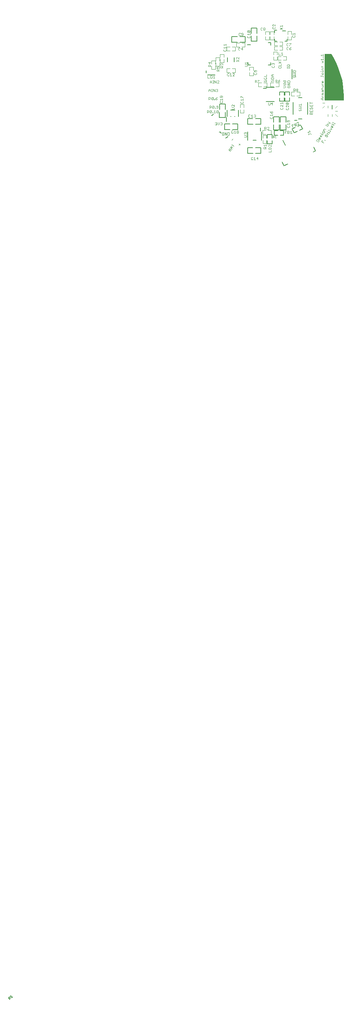
<source format=gbr>
G04 EAGLE Gerber RS-274X export*
G75*
%MOMM*%
%FSLAX34Y34*%
%LPD*%
%INSilkscreen Top*%
%IPPOS*%
%AMOC8*
5,1,8,0,0,1.08239X$1,22.5*%
G01*
%ADD10C,0.101600*%
%ADD11C,0.150000*%
%ADD12C,0.152400*%
%ADD13C,0.127000*%
%ADD14C,0.100000*%
%ADD15C,0.200000*%

G36*
X375005Y185494D02*
X375005Y185494D01*
X375010Y185493D01*
X375103Y185514D01*
X375197Y185532D01*
X375201Y185535D01*
X375206Y185536D01*
X375284Y185592D01*
X375362Y185645D01*
X375365Y185649D01*
X375369Y185652D01*
X375420Y185734D01*
X375472Y185813D01*
X375472Y185818D01*
X375475Y185823D01*
X375507Y186000D01*
X375507Y197000D01*
X375505Y197012D01*
X375507Y197025D01*
X374507Y217025D01*
X374502Y217043D01*
X374503Y217063D01*
X372503Y233063D01*
X372493Y233094D01*
X372489Y233133D01*
X369489Y244133D01*
X369483Y244145D01*
X369481Y244160D01*
X363481Y262160D01*
X363473Y262176D01*
X363468Y262195D01*
X358468Y274195D01*
X358459Y274209D01*
X358454Y274227D01*
X352454Y286227D01*
X352442Y286241D01*
X352435Y286261D01*
X346435Y296261D01*
X346388Y296313D01*
X346348Y296369D01*
X346321Y296386D01*
X346300Y296409D01*
X346237Y296438D01*
X346177Y296475D01*
X346144Y296481D01*
X346118Y296493D01*
X346067Y296495D01*
X346000Y296507D01*
X331000Y296507D01*
X330995Y296506D01*
X330990Y296507D01*
X330897Y296486D01*
X330804Y296468D01*
X330799Y296465D01*
X330794Y296464D01*
X330716Y296408D01*
X330638Y296355D01*
X330635Y296351D01*
X330631Y296348D01*
X330580Y296266D01*
X330528Y296187D01*
X330528Y296182D01*
X330525Y296177D01*
X330493Y296000D01*
X330493Y186000D01*
X330494Y185995D01*
X330493Y185990D01*
X330514Y185897D01*
X330532Y185804D01*
X330535Y185799D01*
X330536Y185794D01*
X330592Y185716D01*
X330645Y185638D01*
X330649Y185635D01*
X330652Y185631D01*
X330734Y185580D01*
X330813Y185528D01*
X330818Y185528D01*
X330823Y185525D01*
X331000Y185493D01*
X375000Y185493D01*
X375005Y185494D01*
G37*
D10*
X89501Y107999D02*
X88503Y108997D01*
X86506Y108997D01*
X85508Y107999D01*
X85508Y104006D01*
X86506Y103008D01*
X88503Y103008D01*
X89501Y104006D01*
X89501Y106003D01*
X87504Y106003D01*
X91954Y108997D02*
X91954Y103008D01*
X95946Y103008D02*
X91954Y108997D01*
X95946Y108997D02*
X95946Y103008D01*
X98399Y103008D02*
X98399Y108997D01*
X98399Y103008D02*
X101394Y103008D01*
X102392Y104006D01*
X102392Y107999D01*
X101394Y108997D01*
X98399Y108997D01*
X211506Y100501D02*
X214501Y100501D01*
X211506Y100501D02*
X210508Y99503D01*
X210508Y97506D01*
X211506Y96508D01*
X214501Y96508D01*
X105215Y64512D02*
X100309Y67947D01*
X102026Y70400D01*
X103416Y70645D01*
X104234Y70072D01*
X104479Y68682D01*
X105869Y68927D01*
X106687Y68355D01*
X106932Y66965D01*
X105215Y64512D01*
X102762Y66229D02*
X104479Y68682D01*
X105641Y72082D02*
X108912Y69791D01*
X105641Y72082D02*
X105151Y74862D01*
X107931Y75352D01*
X111202Y73062D01*
X108749Y74780D02*
X106459Y71509D01*
X113754Y76707D02*
X108848Y80142D01*
X107703Y78507D02*
X109993Y81777D01*
X108644Y91006D02*
X110934Y94277D01*
X127951Y82515D02*
X125660Y79245D01*
X125170Y82025D02*
X128441Y79735D01*
X69506Y132997D02*
X68508Y131999D01*
X69506Y132997D02*
X71503Y132997D01*
X72501Y131999D01*
X72501Y131001D01*
X71503Y130003D01*
X70504Y130003D01*
X71503Y130003D02*
X72501Y129004D01*
X72501Y128006D01*
X71503Y127008D01*
X69506Y127008D01*
X68508Y128006D01*
X74954Y129004D02*
X74954Y132997D01*
X74954Y129004D02*
X76950Y127008D01*
X78946Y129004D01*
X78946Y132997D01*
X81399Y131999D02*
X82397Y132997D01*
X84394Y132997D01*
X85392Y131999D01*
X85392Y131001D01*
X84394Y130003D01*
X83395Y130003D01*
X84394Y130003D02*
X85392Y129004D01*
X85392Y128006D01*
X84394Y127008D01*
X82397Y127008D01*
X81399Y128006D01*
X49508Y156008D02*
X49508Y161997D01*
X52503Y161997D01*
X53501Y160999D01*
X53501Y159003D01*
X52503Y158004D01*
X49508Y158004D01*
X55954Y157006D02*
X55954Y160999D01*
X56952Y161997D01*
X58948Y161997D01*
X59946Y160999D01*
X59946Y157006D01*
X58948Y156008D01*
X56952Y156008D01*
X55954Y157006D01*
X59946Y160999D01*
X62399Y157006D02*
X62399Y156008D01*
X62399Y157006D02*
X63397Y157006D01*
X63397Y156008D01*
X62399Y156008D01*
X65622Y160001D02*
X67618Y161997D01*
X67618Y156008D01*
X65622Y156008D02*
X69614Y156008D01*
X72067Y157006D02*
X72067Y160999D01*
X73065Y161997D01*
X75062Y161997D01*
X76060Y160999D01*
X76060Y157006D01*
X75062Y156008D01*
X73065Y156008D01*
X72067Y157006D01*
X76060Y160999D01*
X55508Y167008D02*
X55508Y172997D01*
X58503Y172997D01*
X59501Y171999D01*
X59501Y170003D01*
X58503Y169004D01*
X55508Y169004D01*
X61954Y168006D02*
X61954Y171999D01*
X62952Y172997D01*
X64948Y172997D01*
X65946Y171999D01*
X65946Y168006D01*
X64948Y167008D01*
X62952Y167008D01*
X61954Y168006D01*
X65946Y171999D01*
X68399Y168006D02*
X68399Y167008D01*
X68399Y168006D02*
X69397Y168006D01*
X69397Y167008D01*
X68399Y167008D01*
X71622Y168006D02*
X72620Y167008D01*
X74616Y167008D01*
X75614Y168006D01*
X75614Y171999D01*
X74616Y172997D01*
X72620Y172997D01*
X71622Y171999D01*
X71622Y171001D01*
X72620Y170003D01*
X75614Y170003D01*
X53508Y187008D02*
X53508Y192997D01*
X56503Y192997D01*
X57501Y191999D01*
X57501Y190003D01*
X56503Y189004D01*
X53508Y189004D01*
X59954Y188006D02*
X59954Y191999D01*
X60952Y192997D01*
X62948Y192997D01*
X63946Y191999D01*
X63946Y188006D01*
X62948Y187008D01*
X60952Y187008D01*
X59954Y188006D01*
X63946Y191999D01*
X66399Y188006D02*
X66399Y187008D01*
X66399Y188006D02*
X67397Y188006D01*
X67397Y187008D01*
X66399Y187008D01*
X71618Y191999D02*
X73614Y192997D01*
X71618Y191999D02*
X69622Y190003D01*
X69622Y188006D01*
X70620Y187008D01*
X72616Y187008D01*
X73614Y188006D01*
X73614Y189004D01*
X72616Y190003D01*
X69622Y190003D01*
X53508Y207008D02*
X53508Y211001D01*
X55504Y212997D01*
X57501Y211001D01*
X57501Y207008D01*
X57501Y210003D02*
X53508Y210003D01*
X59954Y207008D02*
X61950Y207008D01*
X60952Y207008D02*
X60952Y212997D01*
X59954Y212997D02*
X61950Y212997D01*
X64251Y212997D02*
X64251Y207008D01*
X68243Y207008D02*
X64251Y212997D01*
X68243Y212997D02*
X68243Y207008D01*
X70696Y211999D02*
X71694Y212997D01*
X73691Y212997D01*
X74689Y211999D01*
X74689Y211001D01*
X73691Y210003D01*
X72692Y210003D01*
X73691Y210003D02*
X74689Y209004D01*
X74689Y208006D01*
X73691Y207008D01*
X71694Y207008D01*
X70696Y208006D01*
X56508Y227008D02*
X56508Y231001D01*
X58504Y232997D01*
X60501Y231001D01*
X60501Y227008D01*
X60501Y230003D02*
X56508Y230003D01*
X62954Y227008D02*
X64950Y227008D01*
X63952Y227008D02*
X63952Y232997D01*
X62954Y232997D02*
X64950Y232997D01*
X67251Y232997D02*
X67251Y227008D01*
X71243Y227008D02*
X67251Y232997D01*
X71243Y232997D02*
X71243Y227008D01*
X73696Y227008D02*
X77689Y227008D01*
X73696Y227008D02*
X77689Y231001D01*
X77689Y231999D01*
X76691Y232997D01*
X74694Y232997D01*
X73696Y231999D01*
X110503Y113997D02*
X111501Y112999D01*
X110503Y113997D02*
X108506Y113997D01*
X107508Y112999D01*
X107508Y109006D01*
X108506Y108008D01*
X110503Y108008D01*
X111501Y109006D01*
X113954Y112001D02*
X115950Y113997D01*
X115950Y108008D01*
X113954Y108008D02*
X117946Y108008D01*
X120399Y112999D02*
X121397Y113997D01*
X123394Y113997D01*
X124392Y112999D01*
X124392Y112001D01*
X123394Y111003D01*
X124392Y110004D01*
X124392Y109006D01*
X123394Y108008D01*
X121397Y108008D01*
X120399Y109006D01*
X120399Y110004D01*
X121397Y111003D01*
X120399Y112001D01*
X120399Y112999D01*
X121397Y111003D02*
X123394Y111003D01*
X255003Y243503D02*
X256001Y244501D01*
X255003Y243503D02*
X255003Y241506D01*
X256001Y240508D01*
X256999Y240508D01*
X257997Y241506D01*
X257997Y243503D01*
X258996Y244501D01*
X259994Y244501D01*
X260992Y243503D01*
X260992Y241506D01*
X259994Y240508D01*
X260992Y246954D02*
X255003Y246954D01*
X258996Y248950D02*
X260992Y246954D01*
X258996Y248950D02*
X260992Y250946D01*
X255003Y250946D01*
X255003Y253399D02*
X260992Y253399D01*
X260992Y256394D01*
X259994Y257392D01*
X256001Y257392D01*
X255003Y256394D01*
X255003Y253399D01*
X221001Y266501D02*
X220003Y265503D01*
X220003Y263506D01*
X221001Y262508D01*
X224994Y262508D01*
X225992Y263506D01*
X225992Y265503D01*
X224994Y266501D01*
X225992Y268954D02*
X220003Y268954D01*
X225992Y268954D02*
X225992Y272946D01*
X225992Y275399D02*
X220003Y275399D01*
X223996Y275399D02*
X220003Y279392D01*
X222997Y276397D02*
X225992Y279392D01*
X245992Y264762D02*
X245992Y262766D01*
X245992Y263764D02*
X240003Y263764D01*
X240003Y262766D02*
X240003Y264762D01*
X240003Y268061D02*
X240003Y270057D01*
X240003Y268061D02*
X241001Y267063D01*
X244994Y267063D01*
X245992Y268061D01*
X245992Y270057D01*
X244994Y271055D01*
X241001Y271055D01*
X240003Y270057D01*
X234996Y216172D02*
X231003Y216172D01*
X234996Y216172D02*
X236992Y218168D01*
X234996Y220164D01*
X231003Y220164D01*
X231003Y226610D02*
X236992Y226610D01*
X236992Y223615D01*
X235994Y222617D01*
X233997Y222617D01*
X232999Y223615D01*
X232999Y226610D01*
X231003Y233055D02*
X236992Y233055D01*
X236992Y230061D01*
X235994Y229063D01*
X233997Y229063D01*
X232999Y230061D01*
X232999Y233055D01*
X242001Y220164D02*
X241003Y219166D01*
X241003Y217170D01*
X242001Y216172D01*
X245994Y216172D01*
X246992Y217170D01*
X246992Y219166D01*
X245994Y220164D01*
X243997Y220164D01*
X243997Y218168D01*
X241003Y222617D02*
X246992Y222617D01*
X246992Y226610D02*
X241003Y222617D01*
X241003Y226610D02*
X246992Y226610D01*
X246992Y229063D02*
X241003Y229063D01*
X246992Y229063D02*
X246992Y232057D01*
X245994Y233055D01*
X242001Y233055D01*
X241003Y232057D01*
X241003Y229063D01*
X295003Y152280D02*
X300992Y152280D01*
X295003Y152280D02*
X295003Y155275D01*
X296001Y156273D01*
X297997Y156273D01*
X298996Y155275D01*
X298996Y152280D01*
X298996Y154277D02*
X300992Y156273D01*
X295003Y158726D02*
X295003Y162719D01*
X295003Y158726D02*
X300992Y158726D01*
X300992Y162719D01*
X297997Y160722D02*
X297997Y158726D01*
X295003Y168166D02*
X296001Y169164D01*
X295003Y168166D02*
X295003Y166170D01*
X296001Y165171D01*
X296999Y165171D01*
X297997Y166170D01*
X297997Y168166D01*
X298996Y169164D01*
X299994Y169164D01*
X300992Y168166D01*
X300992Y166170D01*
X299994Y165171D01*
X295003Y171617D02*
X295003Y175610D01*
X295003Y171617D02*
X300992Y171617D01*
X300992Y175610D01*
X297997Y173613D02*
X297997Y171617D01*
X300992Y180059D02*
X295003Y180059D01*
X295003Y182055D02*
X295003Y178062D01*
X322999Y187508D02*
X326992Y187508D01*
X322999Y187508D02*
X321003Y189504D01*
X322999Y191501D01*
X326992Y191501D01*
X323997Y191501D02*
X323997Y187508D01*
X322999Y193954D02*
X326992Y193954D01*
X324996Y193954D02*
X322999Y195950D01*
X322999Y196948D01*
X322999Y199325D02*
X326992Y199325D01*
X322999Y199325D02*
X322999Y200323D01*
X323997Y201321D01*
X326992Y201321D01*
X323997Y201321D02*
X322999Y202319D01*
X323997Y203317D01*
X326992Y203317D01*
X322999Y206768D02*
X322999Y208765D01*
X323997Y209763D01*
X326992Y209763D01*
X326992Y206768D01*
X325994Y205770D01*
X324996Y206768D01*
X324996Y209763D01*
X325994Y213214D02*
X322001Y213214D01*
X325994Y213214D02*
X326992Y214212D01*
X322999Y214212D02*
X322999Y212216D01*
X322999Y216513D02*
X325994Y216513D01*
X326992Y217511D01*
X326992Y220505D01*
X322999Y220505D01*
X322999Y222958D02*
X326992Y222958D01*
X324996Y222958D02*
X322999Y224955D01*
X322999Y225953D01*
X326992Y229328D02*
X326992Y231324D01*
X326992Y229328D02*
X325994Y228330D01*
X323997Y228330D01*
X322999Y229328D01*
X322999Y231324D01*
X323997Y232322D01*
X324996Y232322D01*
X324996Y228330D01*
X325994Y241221D02*
X326992Y242219D01*
X326992Y243217D01*
X325994Y244215D01*
X321003Y244215D01*
X321003Y243217D02*
X321003Y245213D01*
X326992Y248664D02*
X326992Y250661D01*
X325994Y251659D01*
X323997Y251659D01*
X322999Y250661D01*
X322999Y248664D01*
X323997Y247666D01*
X325994Y247666D01*
X326992Y248664D01*
X322999Y254112D02*
X322999Y255110D01*
X326992Y255110D01*
X326992Y254112D02*
X326992Y256108D01*
X321003Y255110D02*
X320005Y255110D01*
X322999Y258409D02*
X326992Y258409D01*
X322999Y258409D02*
X322999Y261403D01*
X323997Y262401D01*
X326992Y262401D01*
X325994Y265852D02*
X322001Y265852D01*
X325994Y265852D02*
X326992Y266850D01*
X322999Y266850D02*
X322999Y264854D01*
X322999Y275597D02*
X326992Y277593D01*
X322999Y279589D01*
X322999Y282042D02*
X321003Y284038D01*
X326992Y284038D01*
X326992Y282042D02*
X326992Y286035D01*
X326992Y288488D02*
X325994Y288488D01*
X325994Y289486D01*
X326992Y289486D01*
X326992Y288488D01*
X322999Y291710D02*
X321003Y293707D01*
X326992Y293707D01*
X326992Y295703D02*
X326992Y291710D01*
D11*
X62000Y150000D02*
X60000Y150000D01*
X62000Y150000D02*
X65000Y153000D01*
X99000Y99000D02*
X94000Y96000D01*
X99000Y99000D02*
X99000Y100000D01*
X81000Y110000D02*
X79000Y110000D01*
X81000Y110000D02*
X83000Y108000D01*
D10*
X202003Y233166D02*
X203001Y234164D01*
X202003Y233166D02*
X202003Y231170D01*
X203001Y230172D01*
X203999Y230172D01*
X204997Y231170D01*
X204997Y233166D01*
X205996Y234164D01*
X206994Y234164D01*
X207992Y233166D01*
X207992Y231170D01*
X206994Y230172D01*
X207992Y236617D02*
X202003Y236617D01*
X207992Y236617D02*
X207992Y239612D01*
X206994Y240610D01*
X203001Y240610D01*
X202003Y239612D01*
X202003Y236617D01*
X203999Y243063D02*
X207992Y243063D01*
X203999Y243063D02*
X202003Y245059D01*
X203999Y247055D01*
X207992Y247055D01*
X204997Y247055D02*
X204997Y243063D01*
X186001Y234164D02*
X185003Y233166D01*
X185003Y231170D01*
X186001Y230172D01*
X186999Y230172D01*
X187997Y231170D01*
X187997Y233166D01*
X188996Y234164D01*
X189994Y234164D01*
X190992Y233166D01*
X190992Y231170D01*
X189994Y230172D01*
X185003Y239612D02*
X186001Y240610D01*
X185003Y239612D02*
X185003Y237615D01*
X186001Y236617D01*
X189994Y236617D01*
X190992Y237615D01*
X190992Y239612D01*
X189994Y240610D01*
X190992Y243063D02*
X185003Y243063D01*
X190992Y243063D02*
X190992Y247055D01*
X310158Y89804D02*
X315345Y86810D01*
X316842Y89403D01*
X316477Y90767D01*
X313019Y92763D01*
X311656Y92398D01*
X310158Y89804D01*
X319067Y93256D02*
X320065Y94985D01*
X319067Y93256D02*
X317703Y92891D01*
X315975Y93889D01*
X315609Y95253D01*
X316607Y96982D01*
X317971Y97347D01*
X318835Y96848D01*
X316839Y93390D01*
X321791Y97974D02*
X323288Y100567D01*
X322923Y101931D01*
X321559Y101565D01*
X320561Y99836D01*
X319197Y99471D01*
X318832Y100835D01*
X320329Y103428D01*
X321556Y105552D02*
X322055Y106417D01*
X325512Y104420D01*
X325013Y103556D02*
X326012Y105285D01*
X320326Y107415D02*
X319461Y107914D01*
X329889Y108008D02*
X330388Y108872D01*
X330023Y110236D01*
X325700Y112731D01*
X324203Y110138D01*
X324569Y108774D01*
X326297Y107776D01*
X327661Y108141D01*
X329158Y110735D01*
X330385Y112859D02*
X326927Y114855D01*
X328424Y117449D01*
X329788Y117814D01*
X332381Y116317D01*
X336830Y124023D02*
X331643Y127017D01*
X336830Y124023D02*
X338327Y126616D01*
X337962Y127980D01*
X336233Y128978D01*
X334870Y128613D01*
X333372Y126019D01*
X336595Y131601D02*
X339188Y130104D01*
X340552Y130469D01*
X342049Y133063D01*
X342914Y132563D02*
X338591Y135059D01*
X342914Y132563D02*
X343279Y131200D01*
X342780Y130335D01*
X322292Y87304D02*
X327479Y84310D01*
X322292Y87304D02*
X324289Y90762D01*
X325884Y87536D02*
X324886Y85807D01*
X329837Y90391D02*
X330702Y89892D01*
X329837Y90391D02*
X330336Y91255D01*
X331201Y90756D01*
X330702Y89892D01*
X331846Y103853D02*
X333210Y104218D01*
X331846Y103853D02*
X330848Y102124D01*
X331214Y100760D01*
X332078Y100261D01*
X333442Y100626D01*
X334440Y102355D01*
X335803Y102721D01*
X336668Y102222D01*
X337033Y100858D01*
X336035Y99129D01*
X334672Y98764D01*
X338393Y105210D02*
X334936Y107207D01*
X338393Y105210D02*
X339757Y105576D01*
X336299Y107572D02*
X335301Y105843D01*
X337449Y109564D02*
X337948Y110429D01*
X341406Y108432D01*
X340907Y107568D02*
X341905Y109297D01*
X336220Y111427D02*
X335355Y111926D01*
X337869Y114284D02*
X338368Y115148D01*
X343555Y112154D01*
X344054Y113018D02*
X343056Y111289D01*
X344340Y115510D02*
X341746Y117007D01*
X344340Y115510D02*
X345703Y115875D01*
X345338Y117239D01*
X346701Y117604D01*
X346336Y118967D01*
X343743Y120465D01*
X348926Y121457D02*
X349924Y123186D01*
X348926Y121457D02*
X347563Y121092D01*
X345834Y122090D01*
X345468Y123453D01*
X346466Y125182D01*
X347830Y125548D01*
X348694Y125048D01*
X346698Y121591D01*
X346463Y129169D02*
X346962Y130033D01*
X352149Y127039D01*
X352648Y127903D02*
X351650Y126174D01*
X348611Y132890D02*
X349111Y133755D01*
X354297Y130760D01*
X353798Y129896D02*
X354796Y131625D01*
D12*
X124720Y147650D02*
X124720Y162350D01*
X97720Y147650D02*
X97407Y147650D01*
X97280Y147777D01*
X97280Y162350D01*
X105780Y162350D02*
X116220Y162350D01*
X106720Y147650D02*
X105780Y147650D01*
X115280Y147650D02*
X116220Y147650D01*
X124280Y147650D02*
X124720Y147650D01*
X124720Y162350D02*
X124280Y162350D01*
X97720Y162350D02*
X97280Y162350D01*
D13*
X95760Y146110D02*
X95760Y135950D01*
D10*
X108553Y164667D02*
X113544Y164667D01*
X114542Y165665D01*
X114542Y167662D01*
X113544Y168660D01*
X108553Y168660D01*
X114542Y171113D02*
X114542Y175105D01*
X114542Y171113D02*
X110549Y175105D01*
X109551Y175105D01*
X108553Y174107D01*
X108553Y172111D01*
X109551Y171113D01*
D14*
X137500Y168500D02*
X137500Y176000D01*
X128500Y176000D01*
X128500Y168500D01*
X128500Y163500D02*
X128500Y156000D01*
X137500Y156000D01*
X137500Y163500D01*
D10*
X129503Y182166D02*
X130501Y183164D01*
X129503Y182166D02*
X129503Y180170D01*
X130501Y179172D01*
X134494Y179172D01*
X135492Y180170D01*
X135492Y182166D01*
X134494Y183164D01*
X131499Y185617D02*
X129503Y187613D01*
X135492Y187613D01*
X135492Y185617D02*
X135492Y189610D01*
X129503Y192063D02*
X129503Y196055D01*
X130501Y196055D01*
X134494Y192063D01*
X135492Y192063D01*
D13*
X92800Y176800D02*
X92800Y164400D01*
X92800Y176800D02*
X79200Y176800D01*
X79200Y164100D01*
X92800Y158000D02*
X92800Y145200D01*
X79100Y145200D01*
X79100Y158000D01*
D10*
X80503Y182503D02*
X81501Y183501D01*
X80503Y182503D02*
X80503Y180506D01*
X81501Y179508D01*
X85494Y179508D01*
X86492Y180506D01*
X86492Y182503D01*
X85494Y183501D01*
X82499Y185954D02*
X80503Y187950D01*
X86492Y187950D01*
X86492Y185954D02*
X86492Y189946D01*
X85494Y192399D02*
X86492Y193397D01*
X86492Y195394D01*
X85494Y196392D01*
X81501Y196392D01*
X80503Y195394D01*
X80503Y193397D01*
X81501Y192399D01*
X82499Y192399D01*
X83497Y193397D01*
X83497Y196392D01*
D13*
X110400Y116200D02*
X122800Y116200D01*
X122800Y129800D01*
X110100Y129800D01*
X104000Y116200D02*
X91200Y116200D01*
X91200Y129900D01*
X104000Y129900D01*
X224200Y127600D02*
X224200Y115200D01*
X237800Y115200D01*
X237800Y127900D01*
X224200Y134000D02*
X224200Y146800D01*
X237900Y146800D01*
X237900Y134000D01*
D10*
X241501Y125501D02*
X240503Y124503D01*
X240503Y122506D01*
X241501Y121508D01*
X245494Y121508D01*
X246492Y122506D01*
X246492Y124503D01*
X245494Y125501D01*
X242499Y127954D02*
X240503Y129950D01*
X246492Y129950D01*
X246492Y127954D02*
X246492Y131946D01*
X240503Y134399D02*
X240503Y138392D01*
X240503Y134399D02*
X243497Y134399D01*
X242499Y136395D01*
X242499Y137394D01*
X243497Y138392D01*
X245494Y138392D01*
X246492Y137394D01*
X246492Y135397D01*
X245494Y134399D01*
D12*
X146236Y111160D02*
X146236Y90840D01*
X159444Y90840D02*
X166556Y90840D01*
X179764Y90840D02*
X179764Y111160D01*
D13*
X176970Y112430D02*
X176970Y120050D01*
D10*
X142844Y98742D02*
X137853Y98742D01*
X142844Y98742D02*
X143842Y99740D01*
X143842Y101737D01*
X142844Y102735D01*
X137853Y102735D01*
X138851Y105188D02*
X137853Y106186D01*
X137853Y108182D01*
X138851Y109180D01*
X139849Y109180D01*
X140847Y108182D01*
X140847Y107184D01*
X140847Y108182D02*
X141846Y109180D01*
X142844Y109180D01*
X143842Y108182D01*
X143842Y106186D01*
X142844Y105188D01*
D14*
X191500Y103000D02*
X191500Y95500D01*
X191500Y103000D02*
X182500Y103000D01*
X182500Y95500D01*
X182500Y90500D02*
X182500Y83000D01*
X191500Y83000D01*
X191500Y90500D01*
D10*
X190492Y70508D02*
X184503Y70508D01*
X184503Y73503D01*
X185501Y74501D01*
X187497Y74501D01*
X188496Y73503D01*
X188496Y70508D01*
X188496Y72504D02*
X190492Y74501D01*
X186499Y76954D02*
X184503Y78950D01*
X190492Y78950D01*
X190492Y76954D02*
X190492Y80946D01*
D14*
X194500Y105500D02*
X202000Y105500D01*
X202000Y114500D01*
X194500Y114500D01*
X189500Y114500D02*
X182000Y114500D01*
X182000Y105500D01*
X189500Y105500D01*
D10*
X186617Y116508D02*
X186617Y122497D01*
X189612Y122497D01*
X190610Y121499D01*
X190610Y119503D01*
X189612Y118504D01*
X186617Y118504D01*
X188613Y118504D02*
X190610Y116508D01*
X193063Y116508D02*
X197055Y116508D01*
X193063Y116508D02*
X197055Y120501D01*
X197055Y121499D01*
X196057Y122497D01*
X194061Y122497D01*
X193063Y121499D01*
D12*
X207890Y101890D02*
X207890Y96810D01*
D13*
X205000Y96000D02*
X205000Y104000D01*
X193000Y104000D01*
X193000Y96000D01*
X193000Y90000D02*
X193000Y82000D01*
X205000Y82000D01*
X205000Y90000D01*
D10*
X202142Y62742D02*
X196153Y62742D01*
X202142Y62742D02*
X202142Y66735D01*
X202142Y69188D02*
X196153Y69188D01*
X202142Y69188D02*
X202142Y72182D01*
X201144Y73180D01*
X197151Y73180D01*
X196153Y72182D01*
X196153Y69188D01*
X202142Y75633D02*
X202142Y79626D01*
X202142Y75633D02*
X198149Y79626D01*
X197151Y79626D01*
X196153Y78628D01*
X196153Y76631D01*
X197151Y75633D01*
D13*
X158600Y142800D02*
X146200Y142800D01*
X146200Y129200D01*
X158900Y129200D01*
X165000Y142800D02*
X177800Y142800D01*
X177800Y129100D01*
X165000Y129100D01*
D10*
X152501Y150499D02*
X151503Y151497D01*
X149506Y151497D01*
X148508Y150499D01*
X148508Y146506D01*
X149506Y145508D01*
X151503Y145508D01*
X152501Y146506D01*
X154954Y149501D02*
X156950Y151497D01*
X156950Y145508D01*
X154954Y145508D02*
X158946Y145508D01*
X161399Y150499D02*
X162397Y151497D01*
X164394Y151497D01*
X165392Y150499D01*
X165392Y149501D01*
X164394Y148503D01*
X163395Y148503D01*
X164394Y148503D02*
X165392Y147504D01*
X165392Y146506D01*
X164394Y145508D01*
X162397Y145508D01*
X161399Y146506D01*
D13*
X158600Y72800D02*
X146200Y72800D01*
X146200Y59200D01*
X158900Y59200D01*
X165000Y72800D02*
X177800Y72800D01*
X177800Y59100D01*
X165000Y59100D01*
D10*
X157503Y50497D02*
X158501Y49499D01*
X157503Y50497D02*
X155506Y50497D01*
X154508Y49499D01*
X154508Y45506D01*
X155506Y44508D01*
X157503Y44508D01*
X158501Y45506D01*
X160954Y48501D02*
X162950Y50497D01*
X162950Y44508D01*
X160954Y44508D02*
X164946Y44508D01*
X170394Y44508D02*
X170394Y50497D01*
X167399Y47503D01*
X171392Y47503D01*
D13*
X47300Y252000D02*
X47300Y257080D01*
X51110Y246920D02*
X68890Y246920D01*
D10*
X51109Y245215D02*
X51109Y239226D01*
X55101Y239226D01*
X57554Y239226D02*
X57554Y245215D01*
X57554Y239226D02*
X60549Y239226D01*
X61547Y240224D01*
X61547Y244217D01*
X60549Y245215D01*
X57554Y245215D01*
X64000Y243219D02*
X65996Y245215D01*
X65996Y239226D01*
X64000Y239226D02*
X67992Y239226D01*
D14*
X60500Y260000D02*
X60500Y267500D01*
X60500Y260000D02*
X69500Y260000D01*
X69500Y267500D01*
X69500Y272500D02*
X69500Y280000D01*
X60500Y280000D01*
X60500Y272500D01*
D10*
X58492Y266508D02*
X52503Y266508D01*
X52503Y269503D01*
X53501Y270501D01*
X55497Y270501D01*
X56496Y269503D01*
X56496Y266508D01*
X56496Y268504D02*
X58492Y270501D01*
X58492Y275948D02*
X52503Y275948D01*
X55497Y272954D01*
X55497Y276946D01*
D14*
X80500Y276000D02*
X80500Y283500D01*
X80500Y276000D02*
X89500Y276000D01*
X89500Y283500D01*
X89500Y288500D02*
X89500Y296000D01*
X80500Y296000D01*
X80500Y288500D01*
D10*
X81503Y263508D02*
X87492Y263508D01*
X81503Y263508D02*
X81503Y266503D01*
X82501Y267501D01*
X84497Y267501D01*
X85496Y266503D01*
X85496Y263508D01*
X85496Y265504D02*
X87492Y267501D01*
X82501Y269954D02*
X81503Y270952D01*
X81503Y272948D01*
X82501Y273946D01*
X83499Y273946D01*
X84497Y272948D01*
X84497Y271950D01*
X84497Y272948D02*
X85496Y273946D01*
X86494Y273946D01*
X87492Y272948D01*
X87492Y270952D01*
X86494Y269954D01*
D14*
X70500Y268000D02*
X70500Y275500D01*
X70500Y268000D02*
X79500Y268000D01*
X79500Y275500D01*
X79500Y280500D02*
X79500Y288000D01*
X70500Y288000D01*
X70500Y280500D01*
D10*
X72503Y255617D02*
X78492Y255617D01*
X72503Y255617D02*
X72503Y258612D01*
X73501Y259610D01*
X75497Y259610D01*
X76496Y258612D01*
X76496Y255617D01*
X76496Y257613D02*
X78492Y259610D01*
X72503Y262063D02*
X72503Y266055D01*
X72503Y262063D02*
X75497Y262063D01*
X74499Y264059D01*
X74499Y265057D01*
X75497Y266055D01*
X77494Y266055D01*
X78492Y265057D01*
X78492Y263061D01*
X77494Y262063D01*
D12*
X289272Y181732D02*
X289272Y152268D01*
X276064Y192400D02*
X267936Y192400D01*
X254728Y181732D02*
X254728Y152268D01*
X267936Y141600D02*
X276064Y141600D01*
D13*
X264380Y137790D02*
X258030Y137790D01*
D10*
X268453Y163737D02*
X269451Y164735D01*
X268453Y163737D02*
X268453Y161740D01*
X269451Y160742D01*
X270449Y160742D01*
X271447Y161740D01*
X271447Y163737D01*
X272446Y164735D01*
X273444Y164735D01*
X274442Y163737D01*
X274442Y161740D01*
X273444Y160742D01*
X274442Y167188D02*
X268453Y167188D01*
X272446Y169184D02*
X274442Y167188D01*
X272446Y169184D02*
X274442Y171180D01*
X268453Y171180D01*
X270449Y173633D02*
X268453Y175629D01*
X274442Y175629D01*
X274442Y173633D02*
X274442Y177626D01*
D12*
X209652Y183236D02*
X190348Y183236D01*
X190348Y216764D02*
X209652Y216764D01*
D13*
X191110Y213970D02*
X183490Y213970D01*
D10*
X195442Y180547D02*
X195442Y175556D01*
X196440Y174558D01*
X198437Y174558D01*
X199435Y175556D01*
X199435Y180547D01*
X204882Y180547D02*
X204882Y174558D01*
X201888Y177553D02*
X204882Y180547D01*
X205880Y177553D02*
X201888Y177553D01*
D13*
X235712Y183716D02*
X235712Y191930D01*
X235712Y183716D02*
X246288Y183716D01*
X246288Y192230D01*
X246288Y197970D02*
X246288Y206284D01*
X235712Y206284D01*
X235712Y197970D01*
D10*
X239201Y167501D02*
X238203Y166503D01*
X238203Y164506D01*
X239201Y163508D01*
X243194Y163508D01*
X244192Y164506D01*
X244192Y166503D01*
X243194Y167501D01*
X244192Y169954D02*
X244192Y173946D01*
X244192Y169954D02*
X240199Y173946D01*
X239201Y173946D01*
X238203Y172948D01*
X238203Y170952D01*
X239201Y169954D01*
X239201Y176399D02*
X243194Y176399D01*
X239201Y176399D02*
X238203Y177397D01*
X238203Y179394D01*
X239201Y180392D01*
X243194Y180392D01*
X244192Y179394D01*
X244192Y177397D01*
X243194Y176399D01*
X239201Y180392D01*
D13*
X222712Y183716D02*
X222712Y191930D01*
X222712Y183716D02*
X233288Y183716D01*
X233288Y192230D01*
X233288Y197970D02*
X233288Y206284D01*
X222712Y206284D01*
X222712Y197970D01*
D10*
X225201Y168501D02*
X224203Y167503D01*
X224203Y165506D01*
X225201Y164508D01*
X229194Y164508D01*
X230192Y165506D01*
X230192Y167503D01*
X229194Y168501D01*
X230192Y170954D02*
X230192Y174946D01*
X230192Y170954D02*
X226199Y174946D01*
X225201Y174946D01*
X224203Y173948D01*
X224203Y171952D01*
X225201Y170954D01*
X226199Y177399D02*
X224203Y179395D01*
X230192Y179395D01*
X230192Y177399D02*
X230192Y181392D01*
D14*
X192000Y218500D02*
X184500Y218500D01*
X192000Y218500D02*
X192000Y227500D01*
X184500Y227500D01*
X179500Y227500D02*
X172000Y227500D01*
X172000Y218500D01*
X179500Y218500D01*
D10*
X164282Y228412D02*
X164282Y233496D01*
X166824Y233496D01*
X167671Y232649D01*
X167671Y230954D01*
X166824Y230107D01*
X164282Y230107D01*
X165977Y230107D02*
X167671Y228412D01*
X169895Y233496D02*
X173284Y233496D01*
X173284Y232649D01*
X169895Y229259D01*
X169895Y228412D01*
D14*
X201000Y227500D02*
X208500Y227500D01*
X201000Y227500D02*
X201000Y218500D01*
X208500Y218500D01*
X213500Y218500D02*
X221000Y218500D01*
X221000Y227500D01*
X213500Y227500D01*
D10*
X213508Y229508D02*
X213508Y234592D01*
X216050Y234592D01*
X216898Y233745D01*
X216898Y232050D01*
X216050Y231203D01*
X213508Y231203D01*
X215203Y231203D02*
X216898Y229508D01*
X220816Y233745D02*
X222511Y234592D01*
X220816Y233745D02*
X219121Y232050D01*
X219121Y230355D01*
X219968Y229508D01*
X221663Y229508D01*
X222511Y230355D01*
X222511Y231203D01*
X221663Y232050D01*
X219121Y232050D01*
D13*
X252590Y237220D02*
X252590Y260080D01*
X-423887Y-1955212D02*
X-420471Y-1958627D01*
X-423887Y-1955212D02*
X-422179Y-1953504D01*
X-421041Y-1953504D01*
X-419902Y-1954643D01*
X-419902Y-1955781D01*
X-421610Y-1957489D01*
X-418779Y-1952381D02*
X-418779Y-1950104D01*
X-415364Y-1953520D01*
X-416502Y-1954658D02*
X-414225Y-1952381D01*
D12*
X232545Y30138D02*
X241768Y34439D01*
X303206Y62965D02*
X308099Y65246D01*
X303698Y74684D01*
X228191Y39475D02*
X232545Y30138D01*
X236099Y78491D02*
X230183Y91179D01*
D10*
X297429Y104168D02*
X297912Y105495D01*
X297490Y106399D01*
X296164Y106882D01*
X291641Y104773D01*
X291219Y105677D02*
X292062Y103868D01*
X291991Y108744D02*
X289338Y109710D01*
X294766Y112241D01*
X293923Y114050D02*
X295610Y110431D01*
D11*
X215500Y353150D02*
X210500Y353150D01*
X210500Y348150D01*
X235500Y327150D02*
X240500Y327150D01*
X240500Y332150D01*
X210500Y332150D02*
X210500Y327150D01*
X215500Y327150D01*
D13*
X229310Y351580D02*
X236930Y351580D01*
D10*
X229342Y359001D02*
X223353Y355008D01*
X223353Y359001D02*
X229342Y355008D01*
X225349Y361454D02*
X223353Y363450D01*
X229342Y363450D01*
X229342Y361454D02*
X229342Y365446D01*
D14*
X226000Y290900D02*
X218500Y290900D01*
X218500Y281900D01*
X226000Y281900D01*
X231000Y281900D02*
X238500Y281900D01*
X238500Y290900D01*
X231000Y290900D01*
D10*
X220008Y293908D02*
X220008Y299897D01*
X220008Y293908D02*
X224001Y293908D01*
X226454Y297901D02*
X228450Y299897D01*
X228450Y293908D01*
X226454Y293908D02*
X230446Y293908D01*
D14*
X200000Y330150D02*
X200000Y337650D01*
X200000Y330150D02*
X209000Y330150D01*
X209000Y337650D01*
X209000Y342650D02*
X209000Y350150D01*
X200000Y350150D01*
X200000Y342650D01*
D10*
X206003Y359653D02*
X207001Y360651D01*
X206003Y359653D02*
X206003Y357656D01*
X207001Y356658D01*
X210994Y356658D01*
X211992Y357656D01*
X211992Y359653D01*
X210994Y360651D01*
X211992Y363104D02*
X211992Y367096D01*
X211992Y363104D02*
X207999Y367096D01*
X207001Y367096D01*
X206003Y366098D01*
X206003Y364102D01*
X207001Y363104D01*
D14*
X250970Y350640D02*
X250970Y343140D01*
X250970Y350640D02*
X241970Y350640D01*
X241970Y343140D01*
X241970Y338140D02*
X241970Y330640D01*
X250970Y330640D01*
X250970Y338140D01*
D10*
X252973Y339143D02*
X253971Y340141D01*
X252973Y339143D02*
X252973Y337146D01*
X253971Y336148D01*
X257964Y336148D01*
X258962Y337146D01*
X258962Y339143D01*
X257964Y340141D01*
X254969Y342594D02*
X252973Y344590D01*
X258962Y344590D01*
X258962Y342594D02*
X258962Y346586D01*
D14*
X208000Y289400D02*
X208000Y281900D01*
X217000Y281900D01*
X217000Y289400D01*
X217000Y294400D02*
X217000Y301900D01*
X208000Y301900D01*
X208000Y294400D01*
D10*
X205001Y268401D02*
X204003Y267403D01*
X204003Y265406D01*
X205001Y264408D01*
X208994Y264408D01*
X209992Y265406D01*
X209992Y267403D01*
X208994Y268401D01*
X205001Y270854D02*
X204003Y271852D01*
X204003Y273848D01*
X205001Y274846D01*
X205999Y274846D01*
X206997Y273848D01*
X206997Y272850D01*
X206997Y273848D02*
X207996Y274846D01*
X208994Y274846D01*
X209992Y273848D01*
X209992Y271852D01*
X208994Y270854D01*
D14*
X139500Y313400D02*
X132000Y313400D01*
X139500Y313400D02*
X139500Y322400D01*
X132000Y322400D01*
X127000Y322400D02*
X119500Y322400D01*
X119500Y313400D01*
X127000Y313400D01*
D10*
X127003Y311397D02*
X128001Y310399D01*
X127003Y311397D02*
X125006Y311397D01*
X124008Y310399D01*
X124008Y306406D01*
X125006Y305408D01*
X127003Y305408D01*
X128001Y306406D01*
X133448Y305408D02*
X133448Y311397D01*
X130454Y308403D01*
X134446Y308403D01*
D14*
X159750Y264900D02*
X159750Y257400D01*
X159750Y264900D02*
X150750Y264900D01*
X150750Y257400D01*
X150750Y252400D02*
X150750Y244900D01*
X159750Y244900D01*
X159750Y252400D01*
D10*
X161753Y250512D02*
X162751Y251510D01*
X161753Y250512D02*
X161753Y248515D01*
X162751Y247517D01*
X166744Y247517D01*
X167742Y248515D01*
X167742Y250512D01*
X166744Y251510D01*
X161753Y253963D02*
X161753Y257955D01*
X161753Y253963D02*
X164747Y253963D01*
X163749Y255959D01*
X163749Y256957D01*
X164747Y257955D01*
X166744Y257955D01*
X167742Y256957D01*
X167742Y254961D01*
X166744Y253963D01*
D14*
X189000Y330150D02*
X189000Y337650D01*
X189000Y330150D02*
X198000Y330150D01*
X198000Y337650D01*
X198000Y342650D02*
X198000Y350150D01*
X189000Y350150D01*
X189000Y342650D01*
D10*
X181460Y357999D02*
X180462Y358997D01*
X178465Y358997D01*
X177467Y357999D01*
X177467Y354006D01*
X178465Y353008D01*
X180462Y353008D01*
X181460Y354006D01*
X183913Y357999D02*
X184911Y358997D01*
X186907Y358997D01*
X187905Y357999D01*
X187905Y357001D01*
X186907Y356003D01*
X187905Y355004D01*
X187905Y354006D01*
X186907Y353008D01*
X184911Y353008D01*
X183913Y354006D01*
X183913Y355004D01*
X184911Y356003D01*
X183913Y357001D01*
X183913Y357999D01*
X184911Y356003D02*
X186907Y356003D01*
D14*
X209750Y314400D02*
X217250Y314400D01*
X209750Y314400D02*
X209750Y305400D01*
X217250Y305400D01*
X222250Y305400D02*
X229750Y305400D01*
X229750Y314400D01*
X222250Y314400D01*
D10*
X242253Y312397D02*
X243251Y311399D01*
X242253Y312397D02*
X240256Y312397D01*
X239258Y311399D01*
X239258Y307406D01*
X240256Y306408D01*
X242253Y306408D01*
X243251Y307406D01*
X247700Y311399D02*
X249696Y312397D01*
X247700Y311399D02*
X245704Y309403D01*
X245704Y307406D01*
X246702Y306408D01*
X248698Y306408D01*
X249696Y307406D01*
X249696Y308404D01*
X248698Y309403D01*
X245704Y309403D01*
D14*
X217250Y325650D02*
X209750Y325650D01*
X209750Y316650D01*
X217250Y316650D01*
X222250Y316650D02*
X229750Y316650D01*
X229750Y325650D01*
X222250Y325650D01*
D10*
X242253Y321647D02*
X243251Y320649D01*
X242253Y321647D02*
X240256Y321647D01*
X239258Y320649D01*
X239258Y316656D01*
X240256Y315658D01*
X242253Y315658D01*
X243251Y316656D01*
X245704Y321647D02*
X249696Y321647D01*
X249696Y320649D01*
X245704Y316656D01*
X245704Y315658D01*
D13*
X140300Y324100D02*
X127900Y324100D01*
X140300Y324100D02*
X140300Y337700D01*
X127600Y337700D01*
X121500Y324100D02*
X108700Y324100D01*
X108700Y337800D01*
X121500Y337800D01*
D10*
X129110Y345399D02*
X128112Y346397D01*
X126115Y346397D01*
X125117Y345399D01*
X125117Y341406D01*
X126115Y340408D01*
X128112Y340408D01*
X129110Y341406D01*
X131563Y341406D02*
X132561Y340408D01*
X134557Y340408D01*
X135555Y341406D01*
X135555Y345399D01*
X134557Y346397D01*
X132561Y346397D01*
X131563Y345399D01*
X131563Y344401D01*
X132561Y343403D01*
X135555Y343403D01*
D13*
X154700Y339500D02*
X154700Y327100D01*
X168300Y327100D01*
X168300Y339800D01*
X154700Y345900D02*
X154700Y358700D01*
X168400Y358700D01*
X168400Y345900D01*
D10*
X147001Y339401D02*
X146003Y338403D01*
X146003Y336406D01*
X147001Y335408D01*
X150994Y335408D01*
X151992Y336406D01*
X151992Y338403D01*
X150994Y339401D01*
X147999Y341854D02*
X146003Y343850D01*
X151992Y343850D01*
X151992Y341854D02*
X151992Y345846D01*
X150994Y348299D02*
X147001Y348299D01*
X146003Y349297D01*
X146003Y351294D01*
X147001Y352292D01*
X150994Y352292D01*
X151992Y351294D01*
X151992Y349297D01*
X150994Y348299D01*
X147001Y352292D01*
D11*
X98500Y287900D02*
X98500Y277900D01*
X114500Y277900D02*
X114500Y287900D01*
D10*
X119003Y278408D02*
X124992Y282401D01*
X124992Y278408D02*
X119003Y282401D01*
X124992Y284854D02*
X124992Y288846D01*
X124992Y284854D02*
X120999Y288846D01*
X120001Y288846D01*
X119003Y287848D01*
X119003Y285852D01*
X120001Y284854D01*
D14*
X104000Y313400D02*
X96500Y313400D01*
X96500Y304400D01*
X104000Y304400D01*
X109000Y304400D02*
X116500Y304400D01*
X116500Y313400D01*
X109000Y313400D01*
D10*
X89601Y307664D02*
X88603Y306666D01*
X88603Y304670D01*
X89601Y303672D01*
X93594Y303672D01*
X94592Y304670D01*
X94592Y306666D01*
X93594Y307664D01*
X90599Y310117D02*
X88603Y312113D01*
X94592Y312113D01*
X94592Y310117D02*
X94592Y314110D01*
X90599Y316563D02*
X88603Y318559D01*
X94592Y318559D01*
X94592Y316563D02*
X94592Y320555D01*
D14*
X96500Y261400D02*
X104000Y261400D01*
X96500Y261400D02*
X96500Y252400D01*
X104000Y252400D01*
X109000Y252400D02*
X116500Y252400D01*
X116500Y261400D01*
X109000Y261400D01*
D10*
X100666Y250397D02*
X101664Y249399D01*
X100666Y250397D02*
X98670Y250397D01*
X97672Y249399D01*
X97672Y245406D01*
X98670Y244408D01*
X100666Y244408D01*
X101664Y245406D01*
X104117Y248401D02*
X106113Y250397D01*
X106113Y244408D01*
X104117Y244408D02*
X108110Y244408D01*
X110563Y244408D02*
X114555Y244408D01*
X110563Y244408D02*
X114555Y248401D01*
X114555Y249399D01*
X113557Y250397D01*
X111561Y250397D01*
X110563Y249399D01*
D13*
X147500Y269900D02*
X147500Y275900D01*
X147500Y269900D02*
X153500Y269900D01*
X195500Y269900D02*
X201500Y269900D01*
X201500Y275900D01*
X201500Y317900D02*
X201500Y323900D01*
X195500Y323900D01*
X152910Y318490D02*
X145290Y318490D01*
D10*
X144594Y267008D02*
X139603Y267008D01*
X144594Y267008D02*
X145592Y268006D01*
X145592Y270003D01*
X144594Y271001D01*
X139603Y271001D01*
X141599Y273454D02*
X139603Y275450D01*
X145592Y275450D01*
X145592Y273454D02*
X145592Y277446D01*
D13*
X224070Y102712D02*
X232284Y102712D01*
X232284Y113288D01*
X223770Y113288D01*
X218030Y113288D02*
X209716Y113288D01*
X209716Y102712D01*
X218030Y102712D01*
D10*
X235172Y106508D02*
X235172Y112497D01*
X239164Y112497D01*
X237168Y109503D02*
X235172Y109503D01*
X241617Y106508D02*
X241617Y112497D01*
X244612Y112497D01*
X245610Y111499D01*
X245610Y110501D01*
X244612Y109503D01*
X245610Y108504D01*
X245610Y107506D01*
X244612Y106508D01*
X241617Y106508D01*
X241617Y109503D02*
X244612Y109503D01*
X248063Y110501D02*
X250059Y112497D01*
X250059Y106508D01*
X248063Y106508D02*
X252055Y106508D01*
D13*
X252538Y118024D02*
X259983Y121495D01*
X252538Y118024D02*
X257008Y108439D01*
X264724Y112037D01*
X269927Y114463D02*
X277462Y117976D01*
X272992Y127561D01*
X265457Y124048D01*
D10*
X253956Y121512D02*
X251425Y126940D01*
X255044Y128627D01*
X254500Y125070D02*
X252691Y124226D01*
X259798Y124236D02*
X257267Y129664D01*
X259981Y130929D01*
X261307Y130447D01*
X261729Y129542D01*
X261246Y128215D01*
X262573Y127733D01*
X262995Y126828D01*
X262512Y125501D01*
X259798Y124236D01*
X258532Y126950D02*
X261246Y128215D01*
X265640Y126960D02*
X269258Y128647D01*
X265640Y126960D02*
X267571Y132266D01*
X267149Y133171D01*
X265822Y133653D01*
X264013Y132810D01*
X263530Y131483D01*
D15*
X348000Y165000D02*
X348000Y175000D01*
D14*
X355500Y167500D02*
X360500Y172500D01*
X360500Y160000D02*
X355500Y160000D01*
X355500Y152500D02*
X360500Y147500D01*
X348000Y147500D02*
X348000Y152500D01*
X338000Y152500D02*
X338000Y147500D01*
X338000Y167500D02*
X338000Y172500D01*
X330500Y172500D02*
X325500Y167500D01*
X325500Y180000D02*
X330500Y180000D01*
X271000Y196500D02*
X263500Y196500D01*
X271000Y196500D02*
X271000Y205500D01*
X263500Y205500D01*
X258500Y205500D02*
X251000Y205500D01*
X251000Y196500D01*
X258500Y196500D01*
D10*
X255617Y207508D02*
X255617Y213497D01*
X258612Y213497D01*
X259610Y212499D01*
X259610Y210503D01*
X258612Y209504D01*
X255617Y209504D01*
X257613Y209504D02*
X259610Y207508D01*
X262063Y212499D02*
X263061Y213497D01*
X265057Y213497D01*
X266055Y212499D01*
X266055Y211501D01*
X265057Y210503D01*
X266055Y209504D01*
X266055Y208506D01*
X265057Y207508D01*
X263061Y207508D01*
X262063Y208506D01*
X262063Y209504D01*
X263061Y210503D01*
X262063Y211501D01*
X262063Y212499D01*
X263061Y210503D02*
X265057Y210503D01*
D13*
X208200Y127600D02*
X208200Y115200D01*
X221800Y115200D01*
X221800Y127900D01*
X208200Y134000D02*
X208200Y146800D01*
X221900Y146800D01*
X221900Y134000D01*
D10*
X200501Y146501D02*
X199503Y145503D01*
X199503Y143506D01*
X200501Y142508D01*
X204494Y142508D01*
X205492Y143506D01*
X205492Y145503D01*
X204494Y146501D01*
X201499Y148954D02*
X199503Y150950D01*
X205492Y150950D01*
X205492Y148954D02*
X205492Y152946D01*
X200501Y157395D02*
X199503Y159392D01*
X200501Y157395D02*
X202497Y155399D01*
X204494Y155399D01*
X205492Y156397D01*
X205492Y158394D01*
X204494Y159392D01*
X203496Y159392D01*
X202497Y158394D01*
X202497Y155399D01*
M02*

</source>
